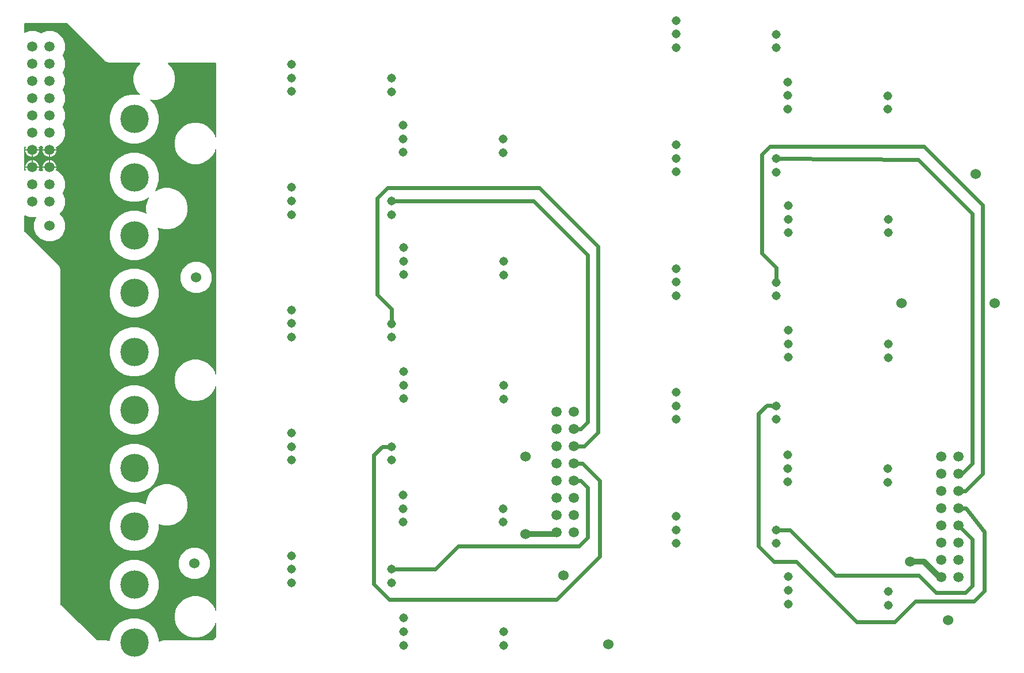
<source format=gbr>
G04 EAGLE Gerber RS-274X export*
G75*
%MOMM*%
%FSLAX34Y34*%
%LPD*%
%INCopper Layer 2*%
%IPPOS*%
%AMOC8*
5,1,8,0,0,1.08239X$1,22.5*%
G01*
G04 Define Apertures*
%ADD10C,1.508000*%
%ADD11C,1.524000*%
%ADD12C,1.308000*%
%ADD13C,4.191000*%
%ADD14C,0.609600*%
%ADD15C,0.812800*%
G36*
X215303Y57372D02*
X215035Y57314D01*
X214736Y57365D01*
X214481Y57528D01*
X214309Y57778D01*
X214249Y58076D01*
X214249Y60571D01*
X211782Y69777D01*
X207017Y78031D01*
X200278Y84770D01*
X192025Y89535D01*
X182819Y92001D01*
X173289Y92001D01*
X164083Y89535D01*
X155830Y84770D01*
X149091Y78031D01*
X144326Y69777D01*
X141859Y60571D01*
X141859Y59122D01*
X141765Y58755D01*
X141569Y58524D01*
X141298Y58387D01*
X140995Y58367D01*
X140709Y58467D01*
X140120Y58815D01*
X139043Y58969D01*
X138859Y59020D01*
X137854Y59436D01*
X135829Y59436D01*
X135722Y59444D01*
X133718Y59730D01*
X132664Y59460D01*
X132475Y59436D01*
X123687Y59436D01*
X123415Y59486D01*
X123159Y59648D01*
X69830Y110844D01*
X69656Y111096D01*
X69596Y111393D01*
X69596Y605214D01*
X67121Y611188D01*
X16479Y661830D01*
X16316Y662072D01*
X16256Y662369D01*
X16256Y685162D01*
X16305Y685431D01*
X16466Y685688D01*
X16715Y685862D01*
X17012Y685924D01*
X17310Y685866D01*
X23409Y683340D01*
X32471Y683340D01*
X32484Y683345D01*
X32746Y683403D01*
X33045Y683354D01*
X33302Y683193D01*
X33475Y682944D01*
X33538Y682648D01*
X33480Y682350D01*
X30480Y675107D01*
X30480Y666013D01*
X33960Y657611D01*
X40391Y651180D01*
X48793Y647700D01*
X57887Y647700D01*
X66289Y651180D01*
X72720Y657611D01*
X76200Y666013D01*
X76200Y675107D01*
X72720Y683509D01*
X68371Y687858D01*
X68213Y688088D01*
X68148Y688384D01*
X68204Y688683D01*
X68371Y688935D01*
X72652Y693216D01*
X76120Y701589D01*
X76120Y710651D01*
X72857Y718528D01*
X72799Y718814D01*
X72857Y719112D01*
X76120Y726989D01*
X76120Y736051D01*
X72652Y744424D01*
X66244Y750832D01*
X63094Y752137D01*
X62860Y752289D01*
X62686Y752538D01*
X62624Y752835D01*
X62682Y753132D01*
X63420Y754915D01*
X63420Y756158D01*
X43260Y756158D01*
X43260Y754915D01*
X43998Y753132D01*
X44056Y752859D01*
X44003Y752560D01*
X43838Y752306D01*
X43586Y752137D01*
X40932Y751037D01*
X40646Y750979D01*
X40348Y751037D01*
X37694Y752137D01*
X37460Y752289D01*
X37286Y752538D01*
X37224Y752835D01*
X37282Y753132D01*
X38020Y754915D01*
X38020Y756158D01*
X17860Y756158D01*
X17860Y754915D01*
X18598Y753132D01*
X18656Y752859D01*
X18603Y752560D01*
X18438Y752306D01*
X18186Y752137D01*
X17310Y751774D01*
X17042Y751716D01*
X16743Y751767D01*
X16488Y751930D01*
X16316Y752180D01*
X16256Y752478D01*
X16256Y786762D01*
X16305Y787031D01*
X16466Y787288D01*
X16715Y787462D01*
X17012Y787524D01*
X17310Y787466D01*
X18186Y787103D01*
X18420Y786951D01*
X18594Y786702D01*
X18656Y786405D01*
X18598Y786108D01*
X17860Y784325D01*
X17860Y783082D01*
X38020Y783082D01*
X38020Y784325D01*
X37282Y786108D01*
X37224Y786381D01*
X37277Y786680D01*
X37442Y786934D01*
X37694Y787103D01*
X40348Y788203D01*
X40634Y788261D01*
X40932Y788203D01*
X43586Y787103D01*
X43820Y786951D01*
X43994Y786702D01*
X44056Y786405D01*
X43998Y786108D01*
X43260Y784325D01*
X43260Y783082D01*
X63420Y783082D01*
X63420Y784325D01*
X62682Y786108D01*
X62624Y786381D01*
X62677Y786680D01*
X62842Y786934D01*
X63094Y787103D01*
X66244Y788408D01*
X72652Y794816D01*
X76120Y803189D01*
X76120Y812251D01*
X72857Y820128D01*
X72799Y820414D01*
X72857Y820712D01*
X76120Y828589D01*
X76120Y837651D01*
X72857Y845528D01*
X72799Y845814D01*
X72857Y846112D01*
X76120Y853989D01*
X76120Y863051D01*
X72857Y870928D01*
X72799Y871214D01*
X72857Y871512D01*
X76120Y879389D01*
X76120Y888451D01*
X72857Y896328D01*
X72799Y896614D01*
X72857Y896912D01*
X76120Y904789D01*
X76120Y913851D01*
X72857Y921728D01*
X72799Y922014D01*
X72857Y922312D01*
X76120Y930189D01*
X76120Y939251D01*
X72652Y947624D01*
X66244Y954032D01*
X57871Y957500D01*
X48809Y957500D01*
X40932Y954237D01*
X40646Y954179D01*
X40348Y954237D01*
X32471Y957500D01*
X23409Y957500D01*
X17310Y954974D01*
X17042Y954916D01*
X16743Y954967D01*
X16488Y955130D01*
X16316Y955380D01*
X16256Y955678D01*
X16256Y968502D01*
X16307Y968777D01*
X16471Y969032D01*
X16721Y969204D01*
X17018Y969264D01*
X79311Y969264D01*
X79597Y969208D01*
X79850Y969041D01*
X135572Y913319D01*
X141546Y910844D01*
X186331Y910844D01*
X186595Y910797D01*
X186853Y910638D01*
X187028Y910390D01*
X187093Y910094D01*
X187038Y909796D01*
X186870Y909543D01*
X183001Y905674D01*
X178988Y898724D01*
X176911Y890972D01*
X176911Y882946D01*
X178988Y875194D01*
X183001Y868244D01*
X186533Y864712D01*
X186635Y864585D01*
X186745Y864303D01*
X186736Y864000D01*
X186609Y863724D01*
X186385Y863519D01*
X186099Y863419D01*
X185797Y863437D01*
X182819Y864235D01*
X173289Y864235D01*
X164083Y861768D01*
X155830Y857003D01*
X149091Y850264D01*
X144326Y842011D01*
X141859Y832805D01*
X141859Y823275D01*
X144326Y814069D01*
X149091Y805816D01*
X155830Y799077D01*
X164083Y794312D01*
X173289Y791845D01*
X182819Y791845D01*
X192025Y794312D01*
X200278Y799077D01*
X207017Y805816D01*
X211782Y814069D01*
X214249Y823275D01*
X214249Y832805D01*
X211782Y842011D01*
X207017Y850264D01*
X201871Y855411D01*
X201769Y855537D01*
X201659Y855820D01*
X201668Y856123D01*
X201794Y856399D01*
X202018Y856603D01*
X202304Y856704D01*
X202607Y856686D01*
X203378Y856479D01*
X211404Y856479D01*
X219156Y858556D01*
X226106Y862569D01*
X231781Y868244D01*
X235794Y875194D01*
X237871Y882946D01*
X237871Y890972D01*
X235794Y898724D01*
X231781Y905674D01*
X227912Y909543D01*
X227759Y909763D01*
X227689Y910058D01*
X227740Y910357D01*
X227903Y910612D01*
X228154Y910784D01*
X228451Y910844D01*
X297942Y910844D01*
X298217Y910793D01*
X298472Y910629D01*
X298644Y910379D01*
X298704Y910082D01*
X298704Y801774D01*
X298619Y801425D01*
X298430Y801188D01*
X298163Y801044D01*
X297861Y801016D01*
X297572Y801108D01*
X297341Y801305D01*
X297206Y801576D01*
X296576Y803927D01*
X292563Y810878D01*
X286888Y816553D01*
X279938Y820565D01*
X272186Y822643D01*
X264160Y822643D01*
X256408Y820565D01*
X249458Y816553D01*
X243783Y810878D01*
X239770Y803927D01*
X237693Y796175D01*
X237693Y788150D01*
X239770Y780398D01*
X243783Y773447D01*
X249458Y767772D01*
X256408Y763760D01*
X264160Y761683D01*
X272186Y761683D01*
X279938Y763760D01*
X286888Y767772D01*
X292563Y773447D01*
X296576Y780398D01*
X297206Y782749D01*
X297378Y783064D01*
X297623Y783243D01*
X297918Y783313D01*
X298217Y783262D01*
X298472Y783099D01*
X298644Y782849D01*
X298704Y782551D01*
X298704Y452481D01*
X298619Y452132D01*
X298430Y451896D01*
X298163Y451752D01*
X297861Y451724D01*
X297572Y451815D01*
X297341Y452013D01*
X297206Y452284D01*
X296576Y454635D01*
X292563Y461585D01*
X286888Y467260D01*
X279938Y471273D01*
X272186Y473350D01*
X264160Y473350D01*
X256408Y471273D01*
X249458Y467260D01*
X243783Y461585D01*
X239770Y454635D01*
X237693Y446883D01*
X237693Y438857D01*
X239770Y431105D01*
X243783Y424155D01*
X249458Y418480D01*
X256408Y414467D01*
X264160Y412390D01*
X272186Y412390D01*
X279938Y414467D01*
X286888Y418480D01*
X292563Y424155D01*
X296576Y431105D01*
X297206Y433456D01*
X297378Y433771D01*
X297623Y433951D01*
X297918Y434021D01*
X298217Y433970D01*
X298472Y433806D01*
X298644Y433556D01*
X298704Y433259D01*
X298704Y103763D01*
X298619Y103414D01*
X298430Y103178D01*
X298163Y103034D01*
X297861Y103005D01*
X297572Y103097D01*
X297341Y103294D01*
X297206Y103566D01*
X296576Y105917D01*
X292563Y112867D01*
X286888Y118542D01*
X279938Y122555D01*
X272186Y124632D01*
X264160Y124632D01*
X256408Y122555D01*
X249458Y118542D01*
X243783Y112867D01*
X239770Y105917D01*
X237693Y98165D01*
X237693Y90139D01*
X239770Y82387D01*
X243783Y75437D01*
X249458Y69762D01*
X256408Y65749D01*
X264160Y63672D01*
X272186Y63672D01*
X279938Y65749D01*
X286888Y69762D01*
X292563Y75437D01*
X296576Y82387D01*
X297206Y84738D01*
X297378Y85053D01*
X297623Y85233D01*
X297918Y85303D01*
X298217Y85252D01*
X298472Y85088D01*
X298644Y84838D01*
X298704Y84541D01*
X298704Y65469D01*
X298648Y65183D01*
X298481Y64930D01*
X293210Y59659D01*
X292968Y59496D01*
X292671Y59436D01*
X225665Y59436D01*
X225476Y59460D01*
X224422Y59730D01*
X222418Y59444D01*
X222311Y59436D01*
X220286Y59436D01*
X219281Y59020D01*
X219097Y58969D01*
X218020Y58815D01*
X216278Y57784D01*
X216182Y57736D01*
X215303Y57372D01*
G37*
%LPC*%
G36*
X54102Y772240D02*
X55345Y772240D01*
X59050Y773775D01*
X61885Y776610D01*
X63420Y780315D01*
X63420Y781558D01*
X54102Y781558D01*
X54102Y772240D01*
G37*
G36*
X51335Y772240D02*
X52578Y772240D01*
X52578Y781558D01*
X43260Y781558D01*
X43260Y780315D01*
X44795Y776610D01*
X47630Y773775D01*
X51335Y772240D01*
G37*
G36*
X28702Y772240D02*
X29945Y772240D01*
X33650Y773775D01*
X36485Y776610D01*
X38020Y780315D01*
X38020Y781558D01*
X28702Y781558D01*
X28702Y772240D01*
G37*
G36*
X25935Y772240D02*
X27178Y772240D01*
X27178Y781558D01*
X17860Y781558D01*
X17860Y780315D01*
X19395Y776610D01*
X22230Y773775D01*
X25935Y772240D01*
G37*
G36*
X173289Y620142D02*
X182819Y620142D01*
X192025Y622608D01*
X200278Y627374D01*
X207017Y634113D01*
X211782Y642366D01*
X214249Y651572D01*
X214249Y661102D01*
X212670Y666993D01*
X212648Y667260D01*
X212735Y667550D01*
X212928Y667784D01*
X213198Y667923D01*
X213500Y667947D01*
X213788Y667850D01*
X214295Y667557D01*
X222047Y665480D01*
X230073Y665480D01*
X237825Y667557D01*
X244775Y671570D01*
X250450Y677245D01*
X254463Y684195D01*
X256540Y691947D01*
X256540Y699973D01*
X254463Y707725D01*
X250450Y714675D01*
X244775Y720350D01*
X237825Y724363D01*
X230073Y726440D01*
X222047Y726440D01*
X214295Y724363D01*
X209703Y721712D01*
X209554Y721646D01*
X209253Y721613D01*
X208962Y721700D01*
X208729Y721893D01*
X208589Y722163D01*
X208566Y722465D01*
X208662Y722753D01*
X211782Y728157D01*
X214249Y737362D01*
X214249Y746893D01*
X211782Y756098D01*
X207017Y764352D01*
X200278Y771091D01*
X192025Y775856D01*
X182819Y778323D01*
X173289Y778323D01*
X164083Y775856D01*
X155830Y771091D01*
X149091Y764352D01*
X144326Y756098D01*
X141859Y746893D01*
X141859Y737362D01*
X144326Y728157D01*
X149091Y719903D01*
X155830Y713164D01*
X164083Y708399D01*
X173289Y705933D01*
X182819Y705933D01*
X192025Y708399D01*
X198595Y712192D01*
X198743Y712258D01*
X199045Y712291D01*
X199335Y712204D01*
X199569Y712011D01*
X199708Y711741D01*
X199732Y711439D01*
X199636Y711151D01*
X197657Y707725D01*
X195580Y699973D01*
X195580Y691947D01*
X196351Y689069D01*
X196374Y688803D01*
X196287Y688512D01*
X196093Y688279D01*
X195824Y688139D01*
X195522Y688116D01*
X195234Y688212D01*
X192025Y690065D01*
X182819Y692532D01*
X173289Y692532D01*
X164083Y690065D01*
X155830Y685300D01*
X149091Y678561D01*
X144326Y670308D01*
X141859Y661102D01*
X141859Y651572D01*
X144326Y642366D01*
X149091Y634113D01*
X155830Y627374D01*
X164083Y622608D01*
X173289Y620142D01*
G37*
G36*
X28702Y757682D02*
X38020Y757682D01*
X38020Y758925D01*
X36485Y762630D01*
X33650Y765465D01*
X29945Y767000D01*
X28702Y767000D01*
X28702Y757682D01*
G37*
G36*
X54102Y757682D02*
X63420Y757682D01*
X63420Y758925D01*
X61885Y762630D01*
X59050Y765465D01*
X55345Y767000D01*
X54102Y767000D01*
X54102Y757682D01*
G37*
G36*
X17860Y757682D02*
X27178Y757682D01*
X27178Y767000D01*
X25935Y767000D01*
X22230Y765465D01*
X19395Y762630D01*
X17860Y758925D01*
X17860Y757682D01*
G37*
G36*
X43260Y757682D02*
X52578Y757682D01*
X52578Y767000D01*
X51335Y767000D01*
X47630Y765465D01*
X44795Y762630D01*
X43260Y758925D01*
X43260Y757682D01*
G37*
G36*
X264693Y571500D02*
X273787Y571500D01*
X282189Y574980D01*
X288620Y581411D01*
X292100Y589813D01*
X292100Y598907D01*
X288620Y607309D01*
X282189Y613740D01*
X273787Y617220D01*
X264693Y617220D01*
X256291Y613740D01*
X249860Y607309D01*
X246380Y598907D01*
X246380Y589813D01*
X249860Y581411D01*
X256291Y574980D01*
X264693Y571500D01*
G37*
G36*
X173289Y535147D02*
X182819Y535147D01*
X192025Y537614D01*
X200278Y542379D01*
X207017Y549118D01*
X211782Y557371D01*
X214249Y566577D01*
X214249Y576107D01*
X211782Y585313D01*
X207017Y593566D01*
X200278Y600305D01*
X192025Y605070D01*
X182819Y607537D01*
X173289Y607537D01*
X164083Y605070D01*
X155830Y600305D01*
X149091Y593566D01*
X144326Y585313D01*
X141859Y576107D01*
X141859Y566577D01*
X144326Y557371D01*
X149091Y549118D01*
X155830Y542379D01*
X164083Y537614D01*
X173289Y535147D01*
G37*
G36*
X173289Y448561D02*
X182819Y448561D01*
X192025Y451027D01*
X200278Y455793D01*
X207017Y462532D01*
X211782Y470785D01*
X214249Y479991D01*
X214249Y489521D01*
X211782Y498727D01*
X207017Y506980D01*
X200278Y513719D01*
X192025Y518484D01*
X182819Y520951D01*
X173289Y520951D01*
X164083Y518484D01*
X155830Y513719D01*
X149091Y506980D01*
X144326Y498727D01*
X141859Y489521D01*
X141859Y479991D01*
X144326Y470785D01*
X149091Y462532D01*
X155830Y455793D01*
X164083Y451027D01*
X173289Y448561D01*
G37*
G36*
X173289Y362771D02*
X182819Y362771D01*
X192025Y365237D01*
X200278Y370002D01*
X207017Y376741D01*
X211782Y384995D01*
X214249Y394200D01*
X214249Y403731D01*
X211782Y412936D01*
X207017Y421190D01*
X200278Y427929D01*
X192025Y432694D01*
X182819Y435161D01*
X173289Y435161D01*
X164083Y432694D01*
X155830Y427929D01*
X149091Y421190D01*
X144326Y412936D01*
X141859Y403731D01*
X141859Y394200D01*
X144326Y384995D01*
X149091Y376741D01*
X155830Y370002D01*
X164083Y365237D01*
X173289Y362771D01*
G37*
G36*
X173289Y276980D02*
X182819Y276980D01*
X192025Y279447D01*
X200278Y284212D01*
X207017Y290951D01*
X211782Y299205D01*
X214249Y308410D01*
X214249Y317941D01*
X211782Y327146D01*
X207017Y335400D01*
X200278Y342139D01*
X192025Y346904D01*
X182819Y349370D01*
X173289Y349370D01*
X164083Y346904D01*
X155830Y342139D01*
X149091Y335400D01*
X144326Y327146D01*
X141859Y317941D01*
X141859Y308410D01*
X144326Y299205D01*
X149091Y290951D01*
X155830Y284212D01*
X164083Y279447D01*
X173289Y276980D01*
G37*
G36*
X173289Y191191D02*
X182819Y191191D01*
X192025Y193657D01*
X200278Y198422D01*
X207017Y205161D01*
X211782Y213415D01*
X214249Y222620D01*
X214249Y229696D01*
X214269Y229870D01*
X214396Y230146D01*
X214620Y230350D01*
X214906Y230451D01*
X215208Y230433D01*
X222047Y228600D01*
X230073Y228600D01*
X237825Y230677D01*
X244775Y234690D01*
X250450Y240365D01*
X254463Y247315D01*
X256540Y255067D01*
X256540Y263093D01*
X254463Y270845D01*
X250450Y277795D01*
X244775Y283470D01*
X237825Y287483D01*
X230073Y289560D01*
X222047Y289560D01*
X214295Y287483D01*
X207345Y283470D01*
X201670Y277795D01*
X197657Y270845D01*
X195580Y263093D01*
X195580Y260381D01*
X195490Y260021D01*
X195296Y259788D01*
X195027Y259648D01*
X194725Y259625D01*
X194437Y259721D01*
X192025Y261114D01*
X182819Y263581D01*
X173289Y263581D01*
X164083Y261114D01*
X155830Y256349D01*
X149091Y249610D01*
X144326Y241356D01*
X141859Y232151D01*
X141859Y222620D01*
X144326Y213415D01*
X149091Y205161D01*
X155830Y198422D01*
X164083Y193657D01*
X173289Y191191D01*
G37*
G36*
X262153Y149860D02*
X271247Y149860D01*
X279649Y153340D01*
X286080Y159771D01*
X289560Y168173D01*
X289560Y177267D01*
X286080Y185669D01*
X279649Y192100D01*
X271247Y195580D01*
X262153Y195580D01*
X253751Y192100D01*
X247320Y185669D01*
X243840Y177267D01*
X243840Y168173D01*
X247320Y159771D01*
X253751Y153340D01*
X262153Y149860D01*
G37*
G36*
X173289Y105401D02*
X182819Y105401D01*
X192025Y107867D01*
X200278Y112633D01*
X207017Y119372D01*
X211782Y127625D01*
X214249Y136831D01*
X214249Y146361D01*
X211782Y155567D01*
X207017Y163820D01*
X200278Y170559D01*
X192025Y175324D01*
X182819Y177791D01*
X173289Y177791D01*
X164083Y175324D01*
X155830Y170559D01*
X149091Y163820D01*
X144326Y155567D01*
X141859Y146361D01*
X141859Y136831D01*
X144326Y127625D01*
X149091Y119372D01*
X155830Y112633D01*
X164083Y107867D01*
X173289Y105401D01*
G37*
%LPD*%
D10*
X27940Y934720D03*
X53340Y934720D03*
X27940Y909320D03*
X53340Y909320D03*
X27940Y883920D03*
X53340Y883920D03*
X27940Y858520D03*
X53340Y858520D03*
X27940Y833120D03*
X53340Y833120D03*
X27940Y807720D03*
X53340Y807720D03*
X27940Y782320D03*
X53340Y782320D03*
X27940Y756920D03*
X53340Y756920D03*
X27940Y731520D03*
X53340Y731520D03*
X27940Y706120D03*
X53340Y706120D03*
D11*
X266700Y172720D03*
X269240Y594360D03*
X53340Y670560D03*
D10*
X825500Y396240D03*
X800100Y396240D03*
X825500Y370840D03*
X800100Y370840D03*
X825500Y345440D03*
X800100Y345440D03*
X825500Y320040D03*
X800100Y320040D03*
X825500Y294640D03*
X800100Y294640D03*
X825500Y269240D03*
X800100Y269240D03*
X825500Y243840D03*
X800100Y243840D03*
X825500Y218440D03*
X800100Y218440D03*
D12*
X721614Y51976D03*
X721614Y71976D03*
X556514Y144178D03*
X556514Y164178D03*
X721360Y233586D03*
X721360Y253586D03*
X556514Y325026D03*
X556514Y345026D03*
X721614Y415450D03*
X721614Y435450D03*
X556768Y506382D03*
X556768Y526382D03*
X721614Y598330D03*
X721614Y618330D03*
X556768Y686976D03*
X556768Y706976D03*
X721360Y778670D03*
X721360Y798670D03*
X557022Y868332D03*
X557022Y888332D03*
X409702Y868492D03*
X409702Y888492D03*
X409702Y908492D03*
X574040Y778830D03*
X574040Y798830D03*
X574040Y818830D03*
X409448Y687136D03*
X409448Y707136D03*
X409448Y727136D03*
X574294Y598490D03*
X574294Y618490D03*
X574294Y638490D03*
X409448Y506542D03*
X409448Y526542D03*
X409448Y546542D03*
X574294Y415610D03*
X574294Y435610D03*
X574294Y455610D03*
X409194Y325186D03*
X409194Y345186D03*
X409194Y365186D03*
X574040Y233746D03*
X574040Y253746D03*
X574040Y273746D03*
X409194Y144338D03*
X409194Y164338D03*
X409194Y184338D03*
X574294Y52136D03*
X574294Y72136D03*
X574294Y92136D03*
D11*
X810260Y154940D03*
X754380Y330200D03*
X876300Y53340D03*
X754380Y215900D03*
D10*
X1391920Y330200D03*
X1366520Y330200D03*
X1391920Y304800D03*
X1366520Y304800D03*
X1391920Y279400D03*
X1366520Y279400D03*
X1391920Y254000D03*
X1366520Y254000D03*
X1391920Y228600D03*
X1366520Y228600D03*
X1391920Y203200D03*
X1366520Y203200D03*
X1391920Y177800D03*
X1366520Y177800D03*
X1391920Y152400D03*
X1366520Y152400D03*
D12*
X1288034Y111302D03*
X1288034Y131302D03*
X1122934Y202281D03*
X1122934Y222281D03*
X1287780Y292641D03*
X1287780Y312641D03*
X1122934Y385034D03*
X1122934Y405034D03*
X1288034Y476410D03*
X1288034Y496410D03*
X1123188Y567342D03*
X1123188Y587342D03*
X1288034Y660243D03*
X1288034Y680243D03*
X1123188Y749841D03*
X1123188Y769841D03*
X1287780Y842488D03*
X1287780Y862488D03*
X1123442Y933102D03*
X1123442Y953102D03*
X976122Y933262D03*
X976122Y953262D03*
X976122Y973262D03*
X1140460Y842648D03*
X1140460Y862648D03*
X1140460Y882648D03*
X975868Y750001D03*
X975868Y770001D03*
X975868Y790001D03*
X1140714Y660403D03*
X1140714Y680403D03*
X1140714Y700403D03*
X975868Y567502D03*
X975868Y587502D03*
X975868Y607502D03*
X1140714Y476570D03*
X1140714Y496570D03*
X1140714Y516570D03*
X975614Y385194D03*
X975614Y405194D03*
X975614Y425194D03*
X1140460Y292801D03*
X1140460Y312801D03*
X1140460Y332801D03*
X975614Y202441D03*
X975614Y222441D03*
X975614Y242441D03*
X1140714Y113096D03*
X1140714Y133096D03*
X1140714Y153096D03*
D11*
X1376680Y88900D03*
X1445260Y556260D03*
X1417320Y746760D03*
X1320800Y175260D03*
X1308100Y556260D03*
D13*
X178054Y828040D03*
X178054Y742128D03*
X178054Y656337D03*
X178054Y571342D03*
X178054Y484756D03*
X178054Y398966D03*
X178054Y313175D03*
X178054Y227386D03*
X178054Y141596D03*
X178054Y55806D03*
X264668Y660830D03*
X264668Y224998D03*
D14*
X556514Y164178D02*
X621378Y164178D01*
X655320Y198120D01*
X833120Y198120D01*
X845820Y210820D01*
X845820Y284480D01*
X835660Y294640D01*
X825500Y294640D01*
X556514Y345026D02*
X543146Y345026D01*
X530860Y332740D01*
X530860Y142240D01*
X553720Y119380D01*
X800100Y119380D01*
X863600Y182880D01*
X863600Y294640D01*
X838200Y320040D01*
X825500Y320040D01*
X556768Y526382D02*
X556768Y548132D01*
X535940Y568960D01*
X535940Y711200D01*
X551180Y726440D01*
X774700Y726440D01*
X861060Y640080D01*
X861060Y365760D01*
X840740Y345440D01*
X825500Y345440D01*
X766224Y706976D02*
X556768Y706976D01*
X766224Y706976D02*
X845820Y627380D01*
X845820Y381000D01*
X835660Y370840D01*
X825500Y370840D01*
D15*
X800100Y215900D02*
X754380Y215900D01*
X800100Y215900D02*
X800100Y218440D01*
D14*
X1402080Y129540D02*
X1412240Y139700D01*
X1402080Y129540D02*
X1358900Y129540D01*
X1333500Y154940D01*
X1210595Y154940D01*
X1143254Y222281D01*
X1122934Y222281D01*
X1391920Y228600D02*
X1412240Y208280D01*
X1412240Y139700D01*
X1122934Y405034D02*
X1109566Y405986D01*
X1097280Y393700D01*
X1242060Y86983D02*
X1242060Y86360D01*
X1297940Y86360D01*
X1328420Y116840D01*
X1414780Y116840D01*
X1430020Y132080D01*
X1430020Y219710D01*
X1402588Y254000D01*
X1391920Y254000D01*
X1097280Y198120D02*
X1097280Y393700D01*
X1097280Y198120D02*
X1120140Y175260D01*
X1153101Y175260D01*
X1242060Y86983D01*
X1123188Y587342D02*
X1123188Y609092D01*
X1102360Y629920D01*
X1341120Y787400D02*
X1427480Y701040D01*
X1427480Y304800D01*
X1402080Y279400D01*
X1391920Y279400D01*
X1102360Y629920D02*
X1102360Y775937D01*
X1113823Y787400D01*
X1341120Y787400D01*
X1332644Y767936D02*
X1123188Y769841D01*
X1332644Y767936D02*
X1412240Y688340D01*
X1412240Y320040D01*
X1397000Y304800D01*
X1391920Y304800D01*
D15*
X1341120Y175260D02*
X1320800Y175260D01*
X1341120Y175260D02*
X1363980Y152400D01*
X1366520Y152400D01*
M02*

</source>
